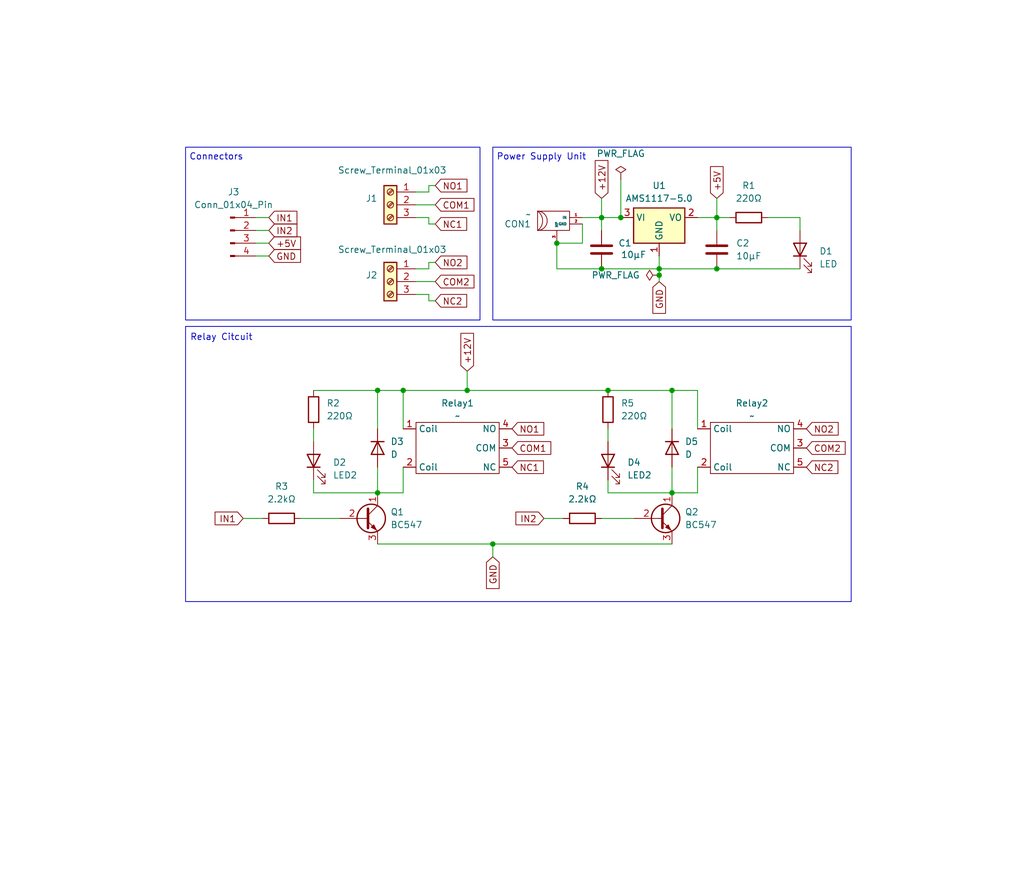
<source format=kicad_sch>
(kicad_sch (version 20231120) (generator "eeschema") (generator_version "8.0")
  (paper "User" 203.2 177.8)
  (title_block (title "Two Channel Relay") (date "2025-03-03") (rev "V1") (company "Nandan R Pai") (comment 1 "Dept. of AIML") (comment 2 "NNM22AM033"))
  (lib_symbols
    (symbol "Connector:Conn_01x04_Pin" (pin_names (offset 1.016) hide)
      (property "Reference" "J" (at 0 5.08 0))
      (property "Value" "Conn_01x04_Pin" (at 0 -7.62 0))
      (symbol "Conn_01x04_Pin_1_1"
        (polyline (pts (xy 1.27 -5.08) (xy 0.8636 -5.08)) (stroke (width 0.1524)))
        (polyline (pts (xy 1.27 -2.54) (xy 0.8636 -2.54)) (stroke (width 0.1524)))
        (polyline (pts (xy 1.27 0) (xy 0.8636 0)) (stroke (width 0.1524)))
        (polyline (pts (xy 1.27 2.54) (xy 0.8636 2.54)) (stroke (width 0.1524)))
        (rectangle (start 0.8636 -4.953) (end 0 -5.207) (stroke (width 0.1524)) (fill (type outline)))
        (rectangle (start 0.8636 -2.413) (end 0 -2.667) (stroke (width 0.1524)) (fill (type outline)))
        (rectangle (start 0.8636 0.127) (end 0 -0.127) (stroke (width 0.1524)) (fill (type outline)))
        (rectangle (start 0.8636 2.667) (end 0 2.413) (stroke (width 0.1524)) (fill (type outline)))
        (pin passive line (at 5.08 2.54 180) (length 3.81) (name "Pin_1") (number "1"))
        (pin passive line (at 5.08 0 180) (length 3.81) (name "Pin_2") (number "2"))
        (pin passive line (at 5.08 -2.54 180) (length 3.81) (name "Pin_3") (number "3"))
        (pin passive line (at 5.08 -5.08 180) (length 3.81) (name "Pin_4") (number "4"))
      )
    )
    (symbol "Connector:Screw_Terminal_01x03" (pin_names (offset 1.016) hide)
      (property "Reference" "J" (at 0 5.08 0))
      (property "Value" "Screw_Terminal_01x03" (at 0 -5.08 0))
      (symbol "Screw_Terminal_01x03_1_1"
        (rectangle (start -1.27 3.81) (end 1.27 -3.81) (stroke (width 0.254)) (fill (type background)))
        (circle (center 0 -2.54) (radius 0.635) (stroke (width 0.1524)))
        (polyline (pts (xy -0.5334 -2.2098) (xy 0.3302 -3.048)) (stroke (width 0.1524)))
        (polyline (pts (xy -0.5334 0.3302) (xy 0.3302 -0.508)) (stroke (width 0.1524)))
        (polyline (pts (xy -0.5334 2.8702) (xy 0.3302 2.032)) (stroke (width 0.1524)))
        (polyline (pts (xy -0.3556 -2.032) (xy 0.508 -2.8702)) (stroke (width 0.1524)))
        (polyline (pts (xy -0.3556 0.508) (xy 0.508 -0.3302)) (stroke (width 0.1524)))
        (polyline (pts (xy -0.3556 3.048) (xy 0.508 2.2098)) (stroke (width 0.1524)))
        (circle (center 0 0) (radius 0.635) (stroke (width 0.1524)))
        (circle (center 0 2.54) (radius 0.635) (stroke (width 0.1524)))
        (pin passive line (at -5.08 2.54 0) (length 3.81) (name "Pin_1") (number "1"))
        (pin passive line (at -5.08 0 0) (length 3.81) (name "Pin_2") (number "2"))
        (pin passive line (at -5.08 -2.54 0) (length 3.81) (name "Pin_3") (number "3"))
      )
    )
    (symbol "Custom_Relay:Relay"
      (property "Reference" "Relay" (at 0 0 0))
      (symbol "Relay_0_1"
        (rectangle (start -8.89 12.7) (end 7.62 2.54))
      )
      (symbol "Relay_1_1"
        (pin input line (at -11.43 11.43 0) (length 2.54) (name "Coil") (number "1"))
        (pin input line (at -11.43 3.81 0) (length 2.54) (name "Coil") (number "2"))
        (pin output line (at 10.16 7.62 180) (length 2.54) (name "COM") (number "3"))
        (pin output line (at 10.16 11.43 180) (length 2.54) (name "NO") (number "4"))
        (pin output line (at 10.16 3.81 180) (length 2.54) (name "NC") (number "5"))
      )
    )
    (symbol "DC_Jack:DC_Jack"
      (property "Reference" "JK" (at -3.048 1.524 0))
      (symbol "DC_Jack_0_1"
        (arc (start -6.35 2.54) (mid -5.3526 4.445) (end -6.35 6.35))
        (arc (start -6.35 2.54) (mid -4.445 4.445) (end -6.35 6.35))
        (rectangle (start -6.35 6.35) (end 0 2.54))
      )
      (symbol "DC_Jack_1_1"
        (pin input line (at 2.54 3.81 180) (length 2.54) (name "IN") (number "1"))
        (pin input line (at 2.54 5.08 180) (length 2.54) (name "GND") (number "2"))
        (pin input line (at -2.54 8.89 270) (length 2.54) (name "MP") (number "3"))
      )
    )
    (symbol "Device:C" (pin_numbers hide) (pin_names (offset 0.254))
      (property "Reference" "C" (at 0.635 2.54 0))
      (property "Value" "C" (at 0.635 -2.54 0))
      (symbol "C_0_1"
        (polyline (pts (xy -2.032 -0.762) (xy 2.032 -0.762)) (stroke (width 0.508)))
        (polyline (pts (xy -2.032 0.762) (xy 2.032 0.762)) (stroke (width 0.508)))
      )
      (symbol "C_1_1"
        (pin passive line (at 0 3.81 270) (length 2.794) (name "~") (number "1"))
        (pin passive line (at 0 -3.81 90) (length 2.794) (name "~") (number "2"))
      )
    )
    (symbol "Device:D" (pin_numbers hide) (pin_names (offset 1.016) hide)
      (property "Reference" "D" (at 0 2.54 0))
      (property "Value" "D" (at 0 -2.54 0))
      (symbol "D_0_1"
        (polyline (pts (xy -1.27 1.27) (xy -1.27 -1.27)) (stroke (width 0.254)))
        (polyline (pts (xy 1.27 0) (xy -1.27 0)))
        (polyline (pts (xy 1.27 1.27) (xy 1.27 -1.27) (xy -1.27 0) (xy 1.27 1.27)) (stroke (width 0.254)))
      )
      (symbol "D_1_1"
        (pin passive line (at -3.81 0 0) (length 2.54) (name "K") (number "1"))
        (pin passive line (at 3.81 0 180) (length 2.54) (name "A") (number "2"))
      )
    )
    (symbol "Device:LED" (pin_numbers hide) (pin_names (offset 1.016) hide)
      (property "Reference" "D" (at 0 2.54 0))
      (property "Value" "LED" (at 0 -2.54 0))
      (symbol "LED_0_1"
        (polyline (pts (xy -1.27 -1.27) (xy -1.27 1.27)) (stroke (width 0.254)))
        (polyline (pts (xy -1.27 0) (xy 1.27 0)))
        (polyline (pts (xy 1.27 -1.27) (xy 1.27 1.27) (xy -1.27 0) (xy 1.27 -1.27)) (stroke (width 0.254)))
        (polyline (pts (xy -3.048 -0.762) (xy -4.572 -2.286) (xy -3.81 -2.286) (xy -4.572 -2.286) (xy -4.572 -1.524)))
        (polyline (pts (xy -1.778 -0.762) (xy -3.302 -2.286) (xy -2.54 -2.286) (xy -3.302 -2.286) (xy -3.302 -1.524)))
      )
      (symbol "LED_1_1"
        (pin passive line (at -3.81 0 0) (length 2.54) (name "K") (number "1"))
        (pin passive line (at 3.81 0 180) (length 2.54) (name "A") (number "2"))
      )
    )
    (symbol "Device:R" (pin_numbers hide) (pin_names (offset 0))
      (property "Reference" "R" (at 2.032 0 90))
      (property "Value" "R" (at 0 0 90))
      (symbol "R_0_1"
        (rectangle (start -1.016 -2.54) (end 1.016 2.54) (stroke (width 0.254)))
      )
      (symbol "R_1_1"
        (pin passive line (at 0 3.81 270) (length 1.27) (name "~") (number "1"))
        (pin passive line (at 0 -3.81 90) (length 1.27) (name "~") (number "2"))
      )
    )
    (symbol "Regulator_Linear:AMS1117-5.0"
      (property "Reference" "U" (at -3.81 3.175 0))
      (property "Value" "AMS1117-5.0" (at 0 3.175 0))
      (symbol "AMS1117-5.0_0_1"
        (rectangle (start -5.08 -5.08) (end 5.08 1.905) (stroke (width 0.254)) (fill (type background)))
      )
      (symbol "AMS1117-5.0_1_1"
        (pin power_in line (at 0 -7.62 90) (length 2.54) (name "GND") (number "1"))
        (pin power_out line (at 7.62 0 180) (length 2.54) (name "VO") (number "2"))
        (pin power_in line (at -7.62 0 0) (length 2.54) (name "VI") (number "3"))
      )
    )
    (symbol "Transistor_BJT:BC547" (pin_names (offset 0) hide)
      (property "Reference" "Q" (at 5.08 1.905 0))
      (property "Value" "BC547" (at 5.08 0 0))
      (symbol "BC547_0_1"
        (polyline (pts (xy 0 0) (xy 0.635 0)))
        (polyline (pts (xy 0.635 0.635) (xy 2.54 2.54)))
        (polyline (pts (xy 0.635 -0.635) (xy 2.54 -2.54) (xy 2.54 -2.54)))
        (polyline (pts (xy 0.635 1.905) (xy 0.635 -1.905) (xy 0.635 -1.905)) (stroke (width 0.508)))
        (polyline (pts (xy 1.27 -1.778) (xy 1.778 -1.27) (xy 2.286 -2.286) (xy 1.27 -1.778) (xy 1.27 -1.778)) (fill (type outline)))
        (circle (center 1.27 0) (radius 2.8194) (stroke (width 0.254)))
      )
      (symbol "BC547_1_1"
        (pin passive line (at 2.54 5.08 270) (length 2.54) (name "C") (number "1"))
        (pin input line (at -5.08 0 0) (length 5.08) (name "B") (number "2"))
        (pin passive line (at 2.54 -5.08 90) (length 2.54) (name "E") (number "3"))
      )
    )
    (symbol "power:PWR_FLAG" (power) (pin_numbers hide) (pin_names (offset 0) hide)
      (property "Value" "PWR_FLAG" (at 0 3.81 0))
      (symbol "PWR_FLAG_0_0"
        (pin power_out line (at 0 0 90) (length 0) (name "~") (number "1"))
      )
      (symbol "PWR_FLAG_0_1"
        (polyline (pts (xy 0 0) (xy 0 1.27) (xy -1.016 1.905) (xy 0 2.54) (xy 1.016 1.905) (xy 0 1.27)))
      )
    )
  )
  (junction (at 142.24 43.18))
  (junction (at 74.93 77.47))
  (junction (at 119.38 43.18))
  (junction (at 119.38 53.34))
  (junction (at 133.35 97.79))
  (junction (at 130.81 53.34))
  (junction (at 130.81 54.61))
  (junction (at 80.01 77.47))
  (junction (at 92.71 77.47))
  (junction (at 142.24 53.34))
  (junction (at 97.79 107.95))
  (junction (at 120.65 77.47))
  (junction (at 123.19 43.18))
  (junction (at 74.93 97.79))
  (junction (at 133.35 77.47))
  (junction (at 110.49 48.26))
  (wire (pts (xy 62.23 95.25) (xy 62.23 97.79)))
  (wire (pts (xy 130.81 53.34) (xy 119.38 53.34)))
  (wire (pts (xy 119.38 43.18) (xy 123.19 43.18)))
  (wire (pts (xy 50.8 45.72) (xy 53.34 45.72)))
  (wire (pts (xy 97.79 107.95) (xy 97.79 110.49)))
  (wire (pts (xy 119.38 102.87) (xy 125.73 102.87)))
  (wire (pts (xy 115.57 43.18) (xy 119.38 43.18)))
  (wire (pts (xy 133.35 92.71) (xy 133.35 97.79)))
  (wire (pts (xy 85.09 52.07) (xy 86.36 52.07)))
  (wire (pts (xy 97.79 107.95) (xy 133.35 107.95)))
  (wire (pts (xy 85.09 43.18) (xy 85.09 44.45)))
  (wire (pts (xy 50.8 48.26) (xy 53.34 48.26)))
  (wire (pts (xy 92.71 77.47) (xy 80.01 77.47)))
  (wire (pts (xy 85.09 59.69) (xy 86.36 59.69)))
  (wire (pts (xy 120.65 95.25) (xy 120.65 97.79)))
  (wire (pts (xy 59.69 102.87) (xy 67.31 102.87)))
  (wire (pts (xy 50.8 50.8) (xy 53.34 50.8)))
  (wire (pts (xy 119.38 53.34) (xy 110.49 53.34)))
  (wire (pts (xy 142.24 53.34) (xy 130.81 53.34)))
  (wire (pts (xy 110.49 53.34) (xy 110.49 48.26)))
  (wire (pts (xy 80.01 77.47) (xy 74.93 77.47)))
  (wire (pts (xy 82.55 55.88) (xy 86.36 55.88)))
  (wire (pts (xy 80.01 97.79) (xy 74.93 97.79)))
  (wire (pts (xy 119.38 39.37) (xy 119.38 43.18)))
  (wire (pts (xy 62.23 85.09) (xy 62.23 87.63)))
  (wire (pts (xy 142.24 43.18) (xy 144.78 43.18)))
  (wire (pts (xy 85.09 38.1) (xy 85.09 36.83)))
  (wire (pts (xy 138.43 97.79) (xy 133.35 97.79)))
  (wire (pts (xy 142.24 43.18) (xy 142.24 45.72)))
  (wire (pts (xy 85.09 58.42) (xy 85.09 59.69)))
  (wire (pts (xy 74.93 77.47) (xy 74.93 85.09)))
  (wire (pts (xy 62.23 77.47) (xy 74.93 77.47)))
  (wire (pts (xy 82.55 43.18) (xy 85.09 43.18)))
  (wire (pts (xy 82.55 58.42) (xy 85.09 58.42)))
  (wire (pts (xy 138.43 43.18) (xy 142.24 43.18)))
  (wire (pts (xy 158.75 43.18) (xy 158.75 45.72)))
  (wire (pts (xy 138.43 85.09) (xy 138.43 77.47)))
  (wire (pts (xy 82.55 40.64) (xy 86.36 40.64)))
  (wire (pts (xy 142.24 39.37) (xy 142.24 43.18)))
  (wire (pts (xy 152.4 43.18) (xy 158.75 43.18)))
  (wire (pts (xy 110.49 48.26) (xy 115.57 48.26)))
  (wire (pts (xy 50.8 43.18) (xy 53.34 43.18)))
  (wire (pts (xy 158.75 53.34) (xy 142.24 53.34)))
  (wire (pts (xy 107.95 102.87) (xy 111.76 102.87)))
  (wire (pts (xy 74.93 107.95) (xy 97.79 107.95)))
  (wire (pts (xy 80.01 92.71) (xy 80.01 97.79)))
  (wire (pts (xy 120.65 85.09) (xy 120.65 87.63)))
  (wire (pts (xy 82.55 38.1) (xy 85.09 38.1)))
  (wire (pts (xy 130.81 50.8) (xy 130.81 53.34)))
  (wire (pts (xy 62.23 97.79) (xy 74.93 97.79)))
  (wire (pts (xy 115.57 44.45) (xy 115.57 48.26)))
  (wire (pts (xy 120.65 77.47) (xy 133.35 77.47)))
  (wire (pts (xy 133.35 77.47) (xy 133.35 85.09)))
  (wire (pts (xy 130.81 53.34) (xy 130.81 54.61)))
  (wire (pts (xy 80.01 77.47) (xy 80.01 85.09)))
  (wire (pts (xy 85.09 53.34) (xy 85.09 52.07)))
  (wire (pts (xy 120.65 97.79) (xy 133.35 97.79)))
  (wire (pts (xy 74.93 92.71) (xy 74.93 97.79)))
  (wire (pts (xy 85.09 44.45) (xy 86.36 44.45)))
  (wire (pts (xy 82.55 53.34) (xy 85.09 53.34)))
  (wire (pts (xy 85.09 36.83) (xy 86.36 36.83)))
  (wire (pts (xy 119.38 43.18) (xy 119.38 45.72)))
  (wire (pts (xy 138.43 92.71) (xy 138.43 97.79)))
  (wire (pts (xy 120.65 77.47) (xy 92.71 77.47)))
  (wire (pts (xy 130.81 54.61) (xy 130.81 55.88)))
  (wire (pts (xy 123.19 35.56) (xy 123.19 43.18)))
  (wire (pts (xy 92.71 73.66) (xy 92.71 77.47)))
  (wire (pts (xy 48.26 102.87) (xy 52.07 102.87)))
  (wire (pts (xy 138.43 77.47) (xy 133.35 77.47)))
  (rectangle (start 97.79 29.21) (end 168.91 63.5))
  (rectangle (start 36.83 29.21) (end 95.25 63.5))
  (rectangle (start 36.83 64.77) (end 168.91 119.38))
  (text "Relay Citcuit" (at 43.942 67.056 0) (effects (font (size 1.27 1.27))))
  (text "Connectors\n" (at 42.926 31.242 0) (effects (font (size 1.27 1.27))))
  (text "Power Supply Unit" (at 107.442 31.242 0) (effects (font (size 1.27 1.27))))
  (global_label "IN1" (shape input) (at 53.34 43.18 0) (property "Intersheetrefs" "${INTERSHEET_REFS}" (effects (hide yes))))
  (global_label "COM2" (shape input) (at 160.02 88.9 0) (property "Intersheetrefs" "${INTERSHEET_REFS}" (effects (hide yes))))
  (global_label "GND" (shape input) (at 130.81 55.88 270) (property "Intersheetrefs" "${INTERSHEET_REFS}" (effects (hide yes))))
  (global_label "NO1" (shape input) (at 101.6 85.09 0) (property "Intersheetrefs" "${INTERSHEET_REFS}" (effects (hide yes))))
  (global_label "+5V" (shape input) (at 142.24 39.37 90) (property "Intersheetrefs" "${INTERSHEET_REFS}" (effects (hide yes))))
  (global_label "GND" (shape input) (at 97.79 110.49 270) (property "Intersheetrefs" "${INTERSHEET_REFS}" (effects (hide yes))))
  (global_label "GND" (shape input) (at 53.34 50.8 0) (property "Intersheetrefs" "${INTERSHEET_REFS}" (effects (hide yes))))
  (global_label "NO2" (shape input) (at 86.36 52.07 0) (property "Intersheetrefs" "${INTERSHEET_REFS}" (effects (hide yes))))
  (global_label "COM1" (shape input) (at 101.6 88.9 0) (property "Intersheetrefs" "${INTERSHEET_REFS}" (effects (hide yes))))
  (global_label "NC2" (shape input) (at 160.02 92.71 0) (property "Intersheetrefs" "${INTERSHEET_REFS}" (effects (hide yes))))
  (global_label "COM2" (shape input) (at 86.36 55.88 0) (property "Intersheetrefs" "${INTERSHEET_REFS}" (effects (hide yes))))
  (global_label "+12V" (shape input) (at 119.38 39.37 90) (property "Intersheetrefs" "${INTERSHEET_REFS}" (effects (hide yes))))
  (global_label "NO1" (shape input) (at 86.36 36.83 0) (property "Intersheetrefs" "${INTERSHEET_REFS}" (effects (hide yes))))
  (global_label "IN2" (shape input) (at 107.95 102.87 180) (property "Intersheetrefs" "${INTERSHEET_REFS}" (effects (hide yes))))
  (global_label "NC1" (shape input) (at 101.6 92.71 0) (property "Intersheetrefs" "${INTERSHEET_REFS}" (effects (hide yes))))
  (global_label "+12V" (shape input) (at 92.71 73.66 90) (property "Intersheetrefs" "${INTERSHEET_REFS}" (effects (hide yes))))
  (global_label "NO2" (shape input) (at 160.02 85.09 0) (property "Intersheetrefs" "${INTERSHEET_REFS}" (effects (hide yes))))
  (global_label "COM1" (shape input) (at 86.36 40.64 0) (property "Intersheetrefs" "${INTERSHEET_REFS}" (effects (hide yes))))
  (global_label "NC2" (shape input) (at 86.36 59.69 0) (property "Intersheetrefs" "${INTERSHEET_REFS}" (effects (hide yes))))
  (global_label "IN1" (shape input) (at 48.26 102.87 180) (property "Intersheetrefs" "${INTERSHEET_REFS}" (effects (hide yes))))
  (global_label "+5V" (shape input) (at 53.34 48.26 0) (property "Intersheetrefs" "${INTERSHEET_REFS}" (effects (hide yes))))
  (global_label "IN2" (shape input) (at 53.34 45.72 0) (property "Intersheetrefs" "${INTERSHEET_REFS}" (effects (hide yes))))
  (global_label "NC1" (shape input) (at 86.36 44.45 0) (property "Intersheetrefs" "${INTERSHEET_REFS}" (effects (hide yes))))
  (symbol (lib_id "Connector:Screw_Terminal_01x03") (at 77.47 40.64 0) (mirror y) (unit 1)
    (property "Reference" "J1" (at 74.93 39.3699 0) (effects (justify left)))
    (property "Value" "Screw_Terminal_01x03" (at 88.646 33.782 0) (effects (justify left)))
    (property "Footprint" "TerminalBlock:TerminalBlock_Altech_AK300-3_P5.00mm" (effects (hide yes)))
    (property "Description" "Generic screw terminal, single row, 01x03, script generated (kicad-library-utils/schlib/autogen/connector/)" (effects (hide yes)))
  )
  (symbol (lib_id "Custom_Relay:Relay") (at 149.86 96.52 0) (unit 1)
    (property "Reference" "Relay2" (at 149.225 80.01 0))
    (property "Value" "~" (at 149.225 82.55 0))
    (property "Footprint" "Custom Relay:Relay" (effects (hide yes)))
  )
  (symbol (lib_id "Device:LED") (at 120.65 91.44 90) (unit 1)
    (property "Reference" "D4" (at 124.46 91.7574 90) (effects (justify right)))
    (property "Value" "LED2" (at 124.46 94.2974 90) (effects (justify right)))
    (property "Footprint" "LED_SMD:LED_0603_1608Metric" (effects (hide yes)))
    (property "Description" "Light emitting diode" (effects (hide yes)))
  )
  (symbol (lib_id "Device:R") (at 120.65 81.28 0) (unit 1)
    (property "Reference" "R5" (at 123.19 80.0099 0) (effects (justify left)))
    (property "Value" "220Ω" (at 123.19 82.5499 0) (effects (justify left)))
    (property "Footprint" "Resistor_SMD:R_0603_1608Metric" (effects (hide yes)))
    (property "Description" "Resistor" (effects (hide yes)))
  )
  (symbol (lib_id "Device:C") (at 142.24 49.53 0) (unit 1)
    (property "Reference" "C2" (at 146.05 48.2599 0) (effects (justify left)))
    (property "Value" "10µF" (at 146.05 50.7999 0) (effects (justify left)))
    (property "Footprint" "Capacitor_SMD:CP_Elec_4x5.8" (effects (hide yes)))
    (property "Description" "Unpolarized capacitor" (effects (hide yes)))
  )
  (symbol (lib_id "power:PWR_FLAG") (at 130.81 54.61 90) (unit 1)
    (property "Reference" "#FLG02" (effects (hide yes)))
    (property "Value" "PWR_FLAG" (at 127 54.6099 90) (effects (justify left)))
    (property "Description" "Special symbol for telling ERC where power comes from" (effects (hide yes)))
  )
  (symbol (lib_id "Connector:Conn_01x04_Pin") (at 45.72 45.72 0) (unit 1)
    (property "Reference" "J3" (at 46.355 38.1 0))
    (property "Value" "Conn_01x04_Pin" (at 46.355 40.64 0))
    (property "Footprint" "Connector_PinHeader_2.54mm:PinHeader_1x04_P2.54mm_Vertical" (effects (hide yes)))
    (property "Description" "Generic connector, single row, 01x04, script generated" (effects (hide yes)))
  )
  (symbol (lib_id "Device:C") (at 119.38 49.53 0) (unit 1)
    (property "Reference" "C1" (at 122.682 48.26 0) (effects (justify left)))
    (property "Value" "10µF" (at 123.19 50.546 0) (effects (justify left)))
    (property "Footprint" "Capacitor_SMD:CP_Elec_4x5.8" (effects (hide yes)))
    (property "Description" "Unpolarized capacitor" (effects (hide yes)))
  )
  (symbol (lib_id "Device:R") (at 55.88 102.87 90) (unit 1)
    (property "Reference" "R3" (at 55.88 96.52 90))
    (property "Value" "2.2kΩ" (at 55.88 99.06 90))
    (property "Footprint" "Resistor_SMD:R_0603_1608Metric" (effects (hide yes)))
    (property "Description" "Resistor" (effects (hide yes)))
  )
  (symbol (lib_id "Connector:Screw_Terminal_01x03") (at 77.47 55.88 0) (mirror y) (unit 1)
    (property "Reference" "J2" (at 74.93 54.6099 0) (effects (justify left)))
    (property "Value" "Screw_Terminal_01x03" (at 88.646 49.53 0) (effects (justify left)))
    (property "Footprint" "TerminalBlock:TerminalBlock_Altech_AK300-3_P5.00mm" (effects (hide yes)))
    (property "Description" "Generic screw terminal, single row, 01x03, script generated (kicad-library-utils/schlib/autogen/connector/)" (effects (hide yes)))
  )
  (symbol (lib_id "Transistor_BJT:BC547") (at 130.81 102.87 0) (unit 1)
    (property "Reference" "Q2" (at 135.89 101.5999 0) (effects (justify left)))
    (property "Value" "BC547" (at 135.89 104.1399 0) (effects (justify left)))
    (property "Footprint" "Package_TO_SOT_SMD:SOT-23" (effects (hide yes)))
    (property "Datasheet" "https://www.onsemi.com/pub/Collateral/BC550-D.pdf" (effects (hide yes)))
    (property "Description" "0.1A Ic, 45V Vce, Small Signal NPN Transistor, TO-92" (effects (hide yes)))
  )
  (symbol (lib_id "Device:D") (at 133.35 88.9 270) (unit 1)
    (property "Reference" "D5" (at 135.89 87.6299 90) (effects (justify left)))
    (property "Value" "D" (at 135.89 90.1699 90) (effects (justify left)))
    (property "Footprint" "Diode_SMD:D_0603_1608Metric" (effects (hide yes)))
    (property "Description" "Diode" (effects (hide yes)))
    (property "Sim.Device" "D" (effects (hide yes)))
    (property "Sim.Pins" "1=K 2=A" (effects (hide yes)))
  )
  (symbol (lib_id "Device:R") (at 148.59 43.18 270) (unit 1)
    (property "Reference" "R1" (at 148.59 36.83 90))
    (property "Value" "220Ω" (at 148.59 39.37 90))
    (property "Footprint" "Resistor_SMD:R_0603_1608Metric" (effects (hide yes)))
    (property "Description" "Resistor" (effects (hide yes)))
  )
  (symbol (lib_id "Regulator_Linear:AMS1117-5.0") (at 130.81 43.18 0) (unit 1)
    (property "Reference" "U1" (at 130.81 36.83 0))
    (property "Value" "AMS1117-5.0" (at 130.81 39.37 0))
    (property "Footprint" "Package_TO_SOT_SMD:SOT-223-3_TabPin2" (effects (hide yes)))
    (property "Datasheet" "http://www.advanced-monolithic.com/pdf/ds1117.pdf" (effects (hide yes)))
    (property "Description" "1A Low Dropout regulator, positive, 5.0V fixed output, SOT-223" (effects (hide yes)))
  )
  (symbol (lib_id "power:PWR_FLAG") (at 123.19 35.56 0) (unit 1)
    (property "Reference" "#FLG01" (effects (hide yes)))
    (property "Value" "PWR_FLAG" (at 123.19 30.48 0))
    (property "Description" "Special symbol for telling ERC where power comes from" (effects (hide yes)))
  )
  (symbol (lib_id "Device:LED") (at 158.75 49.53 90) (unit 1)
    (property "Reference" "D1" (at 162.56 49.8474 90) (effects (justify right)))
    (property "Value" "LED" (at 162.56 52.3874 90) (effects (justify right)))
    (property "Footprint" "LED_SMD:LED_0603_1608Metric" (effects (hide yes)))
    (property "Description" "Light emitting diode" (effects (hide yes)))
  )
  (symbol (lib_id "Device:R") (at 115.57 102.87 90) (unit 1)
    (property "Reference" "R4" (at 115.57 96.52 90))
    (property "Value" "2.2kΩ" (at 115.57 99.06 90))
    (property "Footprint" "Resistor_SMD:R_0603_1608Metric" (effects (hide yes)))
    (property "Description" "Resistor" (effects (hide yes)))
  )
  (symbol (lib_id "Custom_Relay:Relay") (at 91.44 96.52 0) (unit 1)
    (property "Reference" "Relay1" (at 90.805 80.01 0))
    (property "Value" "~" (at 90.805 82.55 0))
    (property "Footprint" "Custom Relay:Relay" (effects (hide yes)))
  )
  (symbol (lib_id "Device:R") (at 62.23 81.28 0) (unit 1)
    (property "Reference" "R2" (at 64.77 80.0099 0) (effects (justify left)))
    (property "Value" "220Ω" (at 64.77 82.5499 0) (effects (justify left)))
    (property "Footprint" "Resistor_SMD:R_0603_1608Metric" (effects (hide yes)))
    (property "Description" "Resistor" (effects (hide yes)))
  )
  (symbol (lib_id "DC_Jack:DC_Jack") (at 113.03 39.37 0) (mirror x) (unit 1)
    (property "Reference" "CON1" (at 105.41 44.4501 0) (effects (justify right)))
    (property "Value" "~" (at 105.41 42.545 0) (effects (justify right)))
    (property "Footprint" "Connector_BarrelJack:BarrelJack_Horizontal" (effects (hide yes)))
  )
  (symbol (lib_id "Transistor_BJT:BC547") (at 72.39 102.87 0) (unit 1)
    (property "Reference" "Q1" (at 77.47 101.5999 0) (effects (justify left)))
    (property "Value" "BC547" (at 77.47 104.1399 0) (effects (justify left)))
    (property "Footprint" "Package_TO_SOT_SMD:SOT-23" (effects (hide yes)))
    (property "Datasheet" "https://www.onsemi.com/pub/Collateral/BC550-D.pdf" (effects (hide yes)))
    (property "Description" "0.1A Ic, 45V Vce, Small Signal NPN Transistor, TO-92" (effects (hide yes)))
  )
  (symbol (lib_id "Device:D") (at 74.93 88.9 270) (unit 1)
    (property "Reference" "D3" (at 77.47 87.6299 90) (effects (justify left)))
    (property "Value" "D" (at 77.47 90.1699 90) (effects (justify left)))
    (property "Footprint" "Diode_SMD:D_0603_1608Metric" (effects (hide yes)))
    (property "Description" "Diode" (effects (hide yes)))
    (property "Sim.Device" "D" (effects (hide yes)))
    (property "Sim.Pins" "1=K 2=A" (effects (hide yes)))
  )
  (symbol (lib_id "Device:LED") (at 62.23 91.44 90) (unit 1)
    (property "Reference" "D2" (at 66.04 91.7574 90) (effects (justify right)))
    (property "Value" "LED2" (at 66.04 94.2974 90) (effects (justify right)))
    (property "Footprint" "LED_SMD:LED_0603_1608Metric" (effects (hide yes)))
    (property "Description" "Light emitting diode" (effects (hide yes)))
  )
)
</source>
